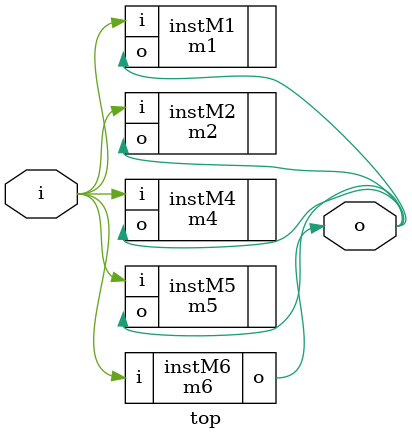
<source format=v>
module m6(i,o);
input i;
output o;
m4 instM4(.i(i),.o(o));
m5 instM5(.i(i),.o(o));
endmodule

module top(i,o);
input i;
output o;
m1 instM1(.i(i),.o(o));
m2 instM2(.i(i),.o(o));
m5 instM5(.i(i),.o(o));
m4 instM4(.i(i),.o(o));
m6 instM6(.i(i),.o(o));
endmodule

</source>
